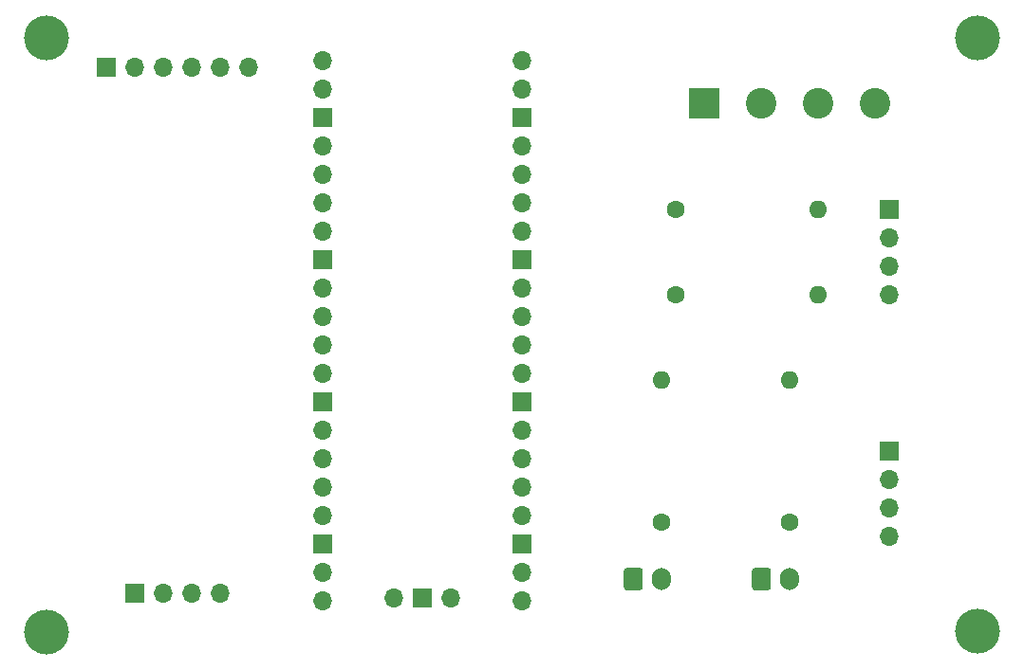
<source format=gbr>
%TF.GenerationSoftware,KiCad,Pcbnew,(5.1.7)-1*%
%TF.CreationDate,2021-05-11T21:19:05+01:00*%
%TF.ProjectId,flowcontrol-v0.1,666c6f77-636f-46e7-9472-6f6c2d76302e,rev?*%
%TF.SameCoordinates,Original*%
%TF.FileFunction,Copper,L2,Bot*%
%TF.FilePolarity,Positive*%
%FSLAX46Y46*%
G04 Gerber Fmt 4.6, Leading zero omitted, Abs format (unit mm)*
G04 Created by KiCad (PCBNEW (5.1.7)-1) date 2021-05-11 21:19:05*
%MOMM*%
%LPD*%
G01*
G04 APERTURE LIST*
%TA.AperFunction,ComponentPad*%
%ADD10C,4.000000*%
%TD*%
%TA.AperFunction,ComponentPad*%
%ADD11O,1.700000X1.700000*%
%TD*%
%TA.AperFunction,ComponentPad*%
%ADD12R,1.700000X1.700000*%
%TD*%
%TA.AperFunction,ComponentPad*%
%ADD13O,1.700000X2.000000*%
%TD*%
%TA.AperFunction,ComponentPad*%
%ADD14R,2.730000X2.730000*%
%TD*%
%TA.AperFunction,ComponentPad*%
%ADD15C,2.730000*%
%TD*%
%TA.AperFunction,ComponentPad*%
%ADD16O,1.600000X1.600000*%
%TD*%
%TA.AperFunction,ComponentPad*%
%ADD17C,1.600000*%
%TD*%
G04 APERTURE END LIST*
D10*
%TO.P,REF\u002A\u002A,1*%
%TO.N,N/C*%
X211074000Y-90106500D03*
%TD*%
%TO.P,REF\u002A\u002A,1*%
%TO.N,N/C*%
X211010500Y-143065500D03*
%TD*%
%TO.P,REF\u002A\u002A,1*%
%TO.N,N/C*%
X128016000Y-143129000D03*
%TD*%
%TO.P,REF\u002A\u002A,1*%
%TO.N,N/C*%
X128016000Y-90106500D03*
%TD*%
D11*
%TO.P,J1,4*%
%TO.N,GP6*%
X203200000Y-113030000D03*
%TO.P,J1,3*%
%TO.N,GP10*%
X203200000Y-110490000D03*
%TO.P,J1,2*%
%TO.N,12v*%
X203200000Y-107950000D03*
D12*
%TO.P,J1,1*%
%TO.N,GND*%
X203200000Y-105410000D03*
%TD*%
%TO.P,J2,1*%
%TO.N,GND*%
X203200000Y-127000000D03*
D11*
%TO.P,J2,2*%
%TO.N,12v*%
X203200000Y-129540000D03*
%TO.P,J2,3*%
%TO.N,GP11*%
X203200000Y-132080000D03*
%TO.P,J2,4*%
%TO.N,GP7*%
X203200000Y-134620000D03*
%TD*%
%TO.P,J3,1*%
%TO.N,3.3v*%
%TA.AperFunction,ComponentPad*%
G36*
G01*
X190920000Y-139180000D02*
X190920000Y-137680000D01*
G75*
G02*
X191170000Y-137430000I250000J0D01*
G01*
X192370000Y-137430000D01*
G75*
G02*
X192620000Y-137680000I0J-250000D01*
G01*
X192620000Y-139180000D01*
G75*
G02*
X192370000Y-139430000I-250000J0D01*
G01*
X191170000Y-139430000D01*
G75*
G02*
X190920000Y-139180000I0J250000D01*
G01*
G37*
%TD.AperFunction*%
D13*
%TO.P,J3,2*%
%TO.N,GP26*%
X194270000Y-138430000D03*
%TD*%
%TO.P,J4,1*%
%TO.N,3.3v*%
%TA.AperFunction,ComponentPad*%
G36*
G01*
X179490000Y-139180000D02*
X179490000Y-137680000D01*
G75*
G02*
X179740000Y-137430000I250000J0D01*
G01*
X180940000Y-137430000D01*
G75*
G02*
X181190000Y-137680000I0J-250000D01*
G01*
X181190000Y-139180000D01*
G75*
G02*
X180940000Y-139430000I-250000J0D01*
G01*
X179740000Y-139430000D01*
G75*
G02*
X179490000Y-139180000I0J250000D01*
G01*
G37*
%TD.AperFunction*%
%TO.P,J4,2*%
%TO.N,GP27*%
X182840000Y-138430000D03*
%TD*%
D14*
%TO.P,J6,1*%
%TO.N,5v*%
X186690000Y-95885000D03*
D15*
%TO.P,J6,2*%
%TO.N,GND*%
X191770000Y-95885000D03*
%TO.P,J6,3*%
X196850000Y-95885000D03*
%TO.P,J6,4*%
%TO.N,12v*%
X201930000Y-95885000D03*
%TD*%
D12*
%TO.P,J7,1*%
%TO.N,GND*%
X135890000Y-139700000D03*
D11*
%TO.P,J7,2*%
%TO.N,DIN*%
X138430000Y-139700000D03*
%TO.P,J7,3*%
%TO.N,5v*%
X140970000Y-139700000D03*
%TO.P,J7,4*%
%TO.N,Net-(J7-Pad4)*%
X143510000Y-139700000D03*
%TD*%
%TO.P,J8,6*%
%TO.N,Net-(J8-Pad6)*%
X146050000Y-92710000D03*
%TO.P,J8,5*%
%TO.N,Net-(J8-Pad4)*%
X143510000Y-92710000D03*
%TO.P,J8,4*%
X140970000Y-92710000D03*
%TO.P,J8,3*%
%TO.N,GP1*%
X138430000Y-92710000D03*
%TO.P,J8,2*%
%TO.N,GP0*%
X135890000Y-92710000D03*
D12*
%TO.P,J8,1*%
%TO.N,Net-(J8-Pad1)*%
X133350000Y-92710000D03*
%TD*%
D16*
%TO.P,R1,2*%
%TO.N,GND*%
X194310000Y-120650000D03*
D17*
%TO.P,R1,1*%
%TO.N,GP26*%
X194310000Y-133350000D03*
%TD*%
D16*
%TO.P,R2,2*%
%TO.N,GND*%
X182880000Y-120650000D03*
D17*
%TO.P,R2,1*%
%TO.N,GP27*%
X182880000Y-133350000D03*
%TD*%
%TO.P,R3,1*%
%TO.N,5v*%
X184150000Y-105410000D03*
D16*
%TO.P,R3,2*%
%TO.N,GP10*%
X196850000Y-105410000D03*
%TD*%
D17*
%TO.P,R4,1*%
%TO.N,5v*%
X184150000Y-113030000D03*
D16*
%TO.P,R4,2*%
%TO.N,GP11*%
X196850000Y-113030000D03*
%TD*%
D11*
%TO.P,U1,43*%
%TO.N,N/C*%
X164015000Y-140130001D03*
D12*
%TO.P,U1,42*%
X161475000Y-140130001D03*
D11*
%TO.P,U1,41*%
X158935000Y-140130001D03*
%TO.P,U1,40*%
%TO.N,Net-(U1-Pad40)*%
X170365000Y-92100001D03*
%TO.P,U1,39*%
%TO.N,5v*%
X170365000Y-94640001D03*
D12*
%TO.P,U1,38*%
%TO.N,GND*%
X170365000Y-97180001D03*
D11*
%TO.P,U1,37*%
%TO.N,Net-(U1-Pad37)*%
X170365000Y-99720001D03*
%TO.P,U1,36*%
%TO.N,3.3v*%
X170365000Y-102260001D03*
%TO.P,U1,35*%
%TO.N,Net-(U1-Pad35)*%
X170365000Y-104800001D03*
%TO.P,U1,34*%
%TO.N,Net-(U1-Pad34)*%
X170365000Y-107340001D03*
D12*
%TO.P,U1,33*%
%TO.N,Net-(U1-Pad33)*%
X170365000Y-109880001D03*
D11*
%TO.P,U1,32*%
%TO.N,GP27*%
X170365000Y-112420001D03*
%TO.P,U1,31*%
%TO.N,GP26*%
X170365000Y-114960001D03*
%TO.P,U1,30*%
%TO.N,Net-(U1-Pad30)*%
X170365000Y-117500001D03*
%TO.P,U1,29*%
%TO.N,DIN*%
X170365000Y-120040001D03*
D12*
%TO.P,U1,28*%
%TO.N,Net-(U1-Pad28)*%
X170365000Y-122580001D03*
D11*
%TO.P,U1,27*%
%TO.N,Net-(U1-Pad27)*%
X170365000Y-125120001D03*
%TO.P,U1,26*%
%TO.N,Net-(U1-Pad26)*%
X170365000Y-127660001D03*
%TO.P,U1,25*%
%TO.N,Net-(U1-Pad25)*%
X170365000Y-130200001D03*
%TO.P,U1,24*%
%TO.N,Net-(U1-Pad24)*%
X170365000Y-132740001D03*
D12*
%TO.P,U1,23*%
%TO.N,Net-(U1-Pad23)*%
X170365000Y-135280001D03*
D11*
%TO.P,U1,22*%
%TO.N,Net-(U1-Pad22)*%
X170365000Y-137820001D03*
%TO.P,U1,21*%
%TO.N,Net-(U1-Pad21)*%
X170365000Y-140360001D03*
%TO.P,U1,20*%
%TO.N,Net-(U1-Pad20)*%
X152585000Y-140360001D03*
%TO.P,U1,19*%
%TO.N,Net-(U1-Pad19)*%
X152585000Y-137820001D03*
D12*
%TO.P,U1,18*%
%TO.N,Net-(U1-Pad18)*%
X152585000Y-135280001D03*
D11*
%TO.P,U1,17*%
%TO.N,Net-(U1-Pad17)*%
X152585000Y-132740001D03*
%TO.P,U1,16*%
%TO.N,Net-(U1-Pad16)*%
X152585000Y-130200001D03*
%TO.P,U1,15*%
%TO.N,GP11*%
X152585000Y-127660001D03*
%TO.P,U1,14*%
%TO.N,GP10*%
X152585000Y-125120001D03*
D12*
%TO.P,U1,13*%
%TO.N,Net-(U1-Pad13)*%
X152585000Y-122580001D03*
D11*
%TO.P,U1,12*%
%TO.N,Net-(U1-Pad12)*%
X152585000Y-120040001D03*
%TO.P,U1,11*%
%TO.N,Net-(U1-Pad11)*%
X152585000Y-117500001D03*
%TO.P,U1,10*%
%TO.N,GP7*%
X152585000Y-114960001D03*
%TO.P,U1,9*%
%TO.N,GP6*%
X152585000Y-112420001D03*
D12*
%TO.P,U1,8*%
%TO.N,Net-(U1-Pad8)*%
X152585000Y-109880001D03*
D11*
%TO.P,U1,7*%
%TO.N,Net-(U1-Pad7)*%
X152585000Y-107340001D03*
%TO.P,U1,6*%
%TO.N,Net-(U1-Pad6)*%
X152585000Y-104800001D03*
%TO.P,U1,5*%
%TO.N,Net-(U1-Pad5)*%
X152585000Y-102260001D03*
%TO.P,U1,4*%
%TO.N,Net-(U1-Pad4)*%
X152585000Y-99720001D03*
D12*
%TO.P,U1,3*%
%TO.N,Net-(U1-Pad3)*%
X152585000Y-97180001D03*
D11*
%TO.P,U1,2*%
%TO.N,GP1*%
X152585000Y-94640001D03*
%TO.P,U1,1*%
%TO.N,GP0*%
X152585000Y-92100001D03*
%TD*%
M02*

</source>
